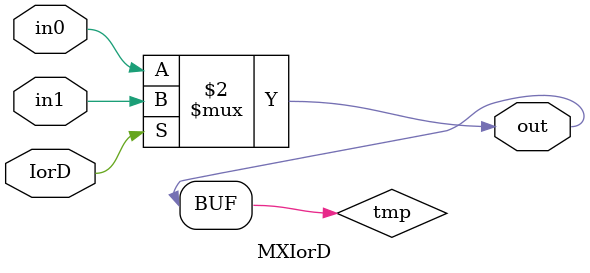
<source format=v>
`timescale 1ns / 1ps
module MXIorD(
    input in0,
    input in1,
    input IorD,
    output out
    );

reg tmp;

assign out = tmp;

always @*
	tmp = IorD ? in1 : in0;

endmodule

</source>
